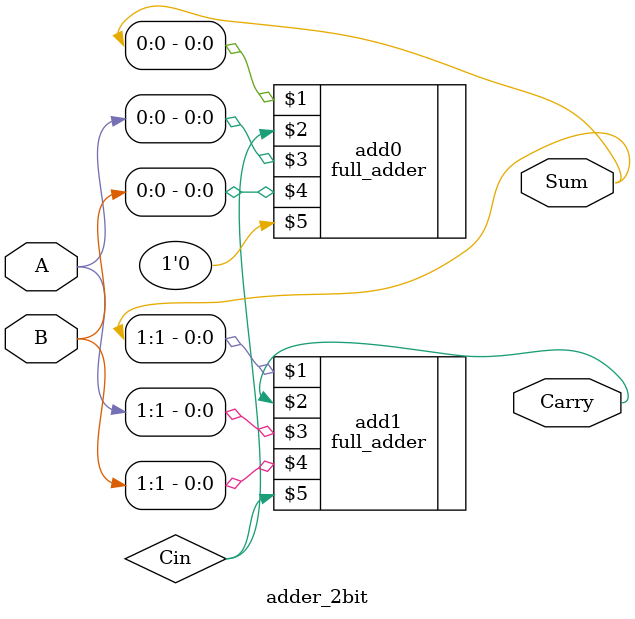
<source format=v>
`timescale 1ns/ 1ps
`default_nettype none

module adder_2bit(
    output wire Carry,
    output wire [1:0] Sum, 
    input wire [1:0] A,B
    );

    //define interrnal nets
    wire Cin;

    full_adder add0(Sum[0],Cin,A[0],B[0], 1'b0);//calls full adder function
    full_adder add1(Sum[1],Carry,A[1],B[1],Cin);

endmodule //designate end of module    
</source>
